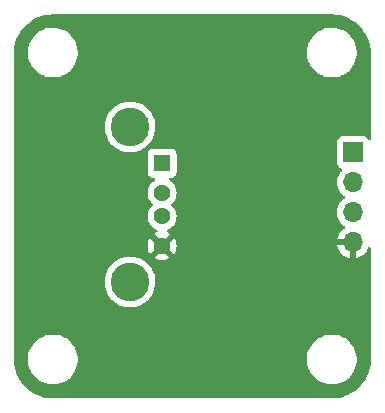
<source format=gbr>
%TF.GenerationSoftware,KiCad,Pcbnew,(6.0.0)*%
%TF.CreationDate,2022-01-04T00:39:42-05:00*%
%TF.ProjectId,wii mini usb esd board,77696920-6d69-46e6-9920-757362206573,rev?*%
%TF.SameCoordinates,Original*%
%TF.FileFunction,Copper,L2,Bot*%
%TF.FilePolarity,Positive*%
%FSLAX46Y46*%
G04 Gerber Fmt 4.6, Leading zero omitted, Abs format (unit mm)*
G04 Created by KiCad (PCBNEW (6.0.0)) date 2022-01-04 00:39:42*
%MOMM*%
%LPD*%
G01*
G04 APERTURE LIST*
%TA.AperFunction,ComponentPad*%
%ADD10R,1.700000X1.700000*%
%TD*%
%TA.AperFunction,ComponentPad*%
%ADD11O,1.700000X1.700000*%
%TD*%
%TA.AperFunction,ComponentPad*%
%ADD12R,1.428000X1.428000*%
%TD*%
%TA.AperFunction,ComponentPad*%
%ADD13C,1.428000*%
%TD*%
%TA.AperFunction,ComponentPad*%
%ADD14C,3.276000*%
%TD*%
%TA.AperFunction,ViaPad*%
%ADD15C,0.800000*%
%TD*%
G04 APERTURE END LIST*
D10*
%TO.P,J2,1,Pin_1*%
%TO.N,/5V*%
X137668000Y-84582000D03*
D11*
%TO.P,J2,2,Pin_2*%
%TO.N,/D-_F*%
X137668000Y-87122000D03*
%TO.P,J2,3,Pin_3*%
%TO.N,/D+_F*%
X137668000Y-89662000D03*
%TO.P,J2,4,Pin_4*%
%TO.N,GND*%
X137668000Y-92202000D03*
%TD*%
D12*
%TO.P,J1,1,VBUS*%
%TO.N,Net-(D1-Pad5)*%
X121511500Y-85492500D03*
D13*
%TO.P,J1,2,D-*%
%TO.N,Net-(J1-Pad2)*%
X121511500Y-87992500D03*
%TO.P,J1,3,D+*%
%TO.N,Net-(D1-Pad1)*%
X121511500Y-89992500D03*
%TO.P,J1,4,GND*%
%TO.N,GND*%
X121511500Y-92492500D03*
D14*
%TO.P,J1,S1*%
%TO.N,N/C*%
X118801500Y-82422500D03*
%TO.P,J1,S2*%
X118801500Y-95562500D03*
%TD*%
D15*
%TO.N,GND*%
X125730000Y-92202000D03*
%TD*%
%TA.AperFunction,Conductor*%
%TO.N,GND*%
G36*
X135840604Y-72897983D02*
G01*
X135859940Y-72899483D01*
X135874852Y-72901804D01*
X135874854Y-72901804D01*
X135883730Y-72903186D01*
X135902411Y-72900743D01*
X135925342Y-72899852D01*
X136228557Y-72915743D01*
X136241665Y-72917120D01*
X136480548Y-72954955D01*
X136570002Y-72969123D01*
X136582902Y-72971865D01*
X136904000Y-73057903D01*
X136916536Y-73061977D01*
X137146231Y-73150148D01*
X137226876Y-73181105D01*
X137238924Y-73186469D01*
X137535120Y-73337388D01*
X137546536Y-73343979D01*
X137825334Y-73525033D01*
X137835996Y-73532779D01*
X138094344Y-73741984D01*
X138104145Y-73750810D01*
X138339190Y-73985855D01*
X138348015Y-73995655D01*
X138499693Y-74182962D01*
X138557221Y-74254004D01*
X138564967Y-74264666D01*
X138746018Y-74543459D01*
X138752612Y-74554880D01*
X138903531Y-74851076D01*
X138908895Y-74863124D01*
X139028021Y-75173456D01*
X139032097Y-75186000D01*
X139118135Y-75507098D01*
X139120877Y-75519998D01*
X139140522Y-75644030D01*
X139172879Y-75848329D01*
X139174257Y-75861443D01*
X139180840Y-75987049D01*
X139189764Y-76157330D01*
X139188436Y-76183312D01*
X139188195Y-76184856D01*
X139188195Y-76184860D01*
X139186814Y-76193730D01*
X139187978Y-76202632D01*
X139187978Y-76202635D01*
X139190936Y-76225251D01*
X139192000Y-76241589D01*
X139192000Y-83405139D01*
X139171998Y-83473260D01*
X139118342Y-83519753D01*
X139048068Y-83529857D01*
X138983488Y-83500363D01*
X138965174Y-83480704D01*
X138886642Y-83375919D01*
X138881261Y-83368739D01*
X138764705Y-83281385D01*
X138628316Y-83230255D01*
X138566134Y-83223500D01*
X136769866Y-83223500D01*
X136707684Y-83230255D01*
X136571295Y-83281385D01*
X136454739Y-83368739D01*
X136367385Y-83485295D01*
X136316255Y-83621684D01*
X136309500Y-83683866D01*
X136309500Y-85480134D01*
X136316255Y-85542316D01*
X136367385Y-85678705D01*
X136454739Y-85795261D01*
X136571295Y-85882615D01*
X136579704Y-85885767D01*
X136579705Y-85885768D01*
X136688451Y-85926535D01*
X136745216Y-85969176D01*
X136769916Y-86035738D01*
X136754709Y-86105087D01*
X136735316Y-86131568D01*
X136620977Y-86251217D01*
X136608629Y-86264138D01*
X136605715Y-86268410D01*
X136605714Y-86268411D01*
X136567647Y-86324215D01*
X136482743Y-86448680D01*
X136467003Y-86482590D01*
X136424042Y-86575142D01*
X136388688Y-86651305D01*
X136328989Y-86866570D01*
X136305251Y-87088695D01*
X136305548Y-87093848D01*
X136305548Y-87093851D01*
X136317812Y-87306547D01*
X136318110Y-87311715D01*
X136319247Y-87316761D01*
X136319248Y-87316767D01*
X136332239Y-87374410D01*
X136367222Y-87529639D01*
X136451266Y-87736616D01*
X136567987Y-87927088D01*
X136714250Y-88095938D01*
X136886126Y-88238632D01*
X136956595Y-88279811D01*
X136959445Y-88281476D01*
X137008169Y-88333114D01*
X137021240Y-88402897D01*
X136994509Y-88468669D01*
X136954055Y-88502027D01*
X136941607Y-88508507D01*
X136937474Y-88511610D01*
X136937471Y-88511612D01*
X136913247Y-88529800D01*
X136762965Y-88642635D01*
X136608629Y-88804138D01*
X136482743Y-88988680D01*
X136388688Y-89191305D01*
X136328989Y-89406570D01*
X136305251Y-89628695D01*
X136305548Y-89633848D01*
X136305548Y-89633851D01*
X136317812Y-89846547D01*
X136318110Y-89851715D01*
X136319247Y-89856761D01*
X136319248Y-89856767D01*
X136340275Y-89950069D01*
X136367222Y-90069639D01*
X136451266Y-90276616D01*
X136567987Y-90467088D01*
X136714250Y-90635938D01*
X136886126Y-90778632D01*
X136959955Y-90821774D01*
X137008679Y-90873412D01*
X137021750Y-90943195D01*
X136995019Y-91008967D01*
X136954562Y-91042327D01*
X136946457Y-91046546D01*
X136937738Y-91052036D01*
X136767433Y-91179905D01*
X136759726Y-91186748D01*
X136612590Y-91340717D01*
X136606104Y-91348727D01*
X136486098Y-91524649D01*
X136481000Y-91533623D01*
X136391338Y-91726783D01*
X136387775Y-91736470D01*
X136332389Y-91936183D01*
X136333912Y-91944607D01*
X136346292Y-91948000D01*
X137796000Y-91948000D01*
X137864121Y-91968002D01*
X137910614Y-92021658D01*
X137922000Y-92074000D01*
X137922000Y-93520517D01*
X137926064Y-93534359D01*
X137939478Y-93536393D01*
X137946184Y-93535534D01*
X137956262Y-93533392D01*
X138160255Y-93472191D01*
X138169842Y-93468433D01*
X138361095Y-93374739D01*
X138369945Y-93369464D01*
X138543328Y-93245792D01*
X138551200Y-93239139D01*
X138702052Y-93088812D01*
X138708730Y-93080965D01*
X138833003Y-92908020D01*
X138838313Y-92899183D01*
X138932670Y-92708267D01*
X138936469Y-92698672D01*
X138945442Y-92669139D01*
X138984383Y-92609775D01*
X139049237Y-92580888D01*
X139119413Y-92591649D01*
X139172631Y-92638643D01*
X139192000Y-92705768D01*
X139192000Y-102058672D01*
X139190500Y-102078056D01*
X139186814Y-102101730D01*
X139189257Y-102120410D01*
X139190148Y-102143343D01*
X139174257Y-102446554D01*
X139172880Y-102459665D01*
X139159656Y-102543159D01*
X139120877Y-102788002D01*
X139118135Y-102800902D01*
X139032097Y-103122000D01*
X139028021Y-103134544D01*
X138908895Y-103444876D01*
X138903531Y-103456924D01*
X138752612Y-103753120D01*
X138746021Y-103764536D01*
X138564967Y-104043334D01*
X138557224Y-104053992D01*
X138348016Y-104312344D01*
X138339190Y-104322145D01*
X138104145Y-104557190D01*
X138094344Y-104566016D01*
X137835996Y-104775221D01*
X137825334Y-104782967D01*
X137546536Y-104964021D01*
X137535120Y-104970612D01*
X137238924Y-105121531D01*
X137226875Y-105126895D01*
X136916536Y-105246023D01*
X136904000Y-105250097D01*
X136582902Y-105336135D01*
X136570002Y-105338877D01*
X136481285Y-105352928D01*
X136241665Y-105390880D01*
X136228557Y-105392257D01*
X135932666Y-105407764D01*
X135906688Y-105406436D01*
X135905144Y-105406195D01*
X135905140Y-105406195D01*
X135896270Y-105404814D01*
X135887368Y-105405978D01*
X135887365Y-105405978D01*
X135864749Y-105408936D01*
X135848411Y-105410000D01*
X112317328Y-105410000D01*
X112297943Y-105408500D01*
X112283142Y-105406195D01*
X112283139Y-105406195D01*
X112274270Y-105404814D01*
X112255589Y-105407257D01*
X112232658Y-105408148D01*
X111929443Y-105392257D01*
X111916335Y-105390880D01*
X111676715Y-105352928D01*
X111587998Y-105338877D01*
X111575098Y-105336135D01*
X111254000Y-105250097D01*
X111241464Y-105246023D01*
X110931125Y-105126895D01*
X110919076Y-105121531D01*
X110622880Y-104970612D01*
X110611464Y-104964021D01*
X110332666Y-104782967D01*
X110322004Y-104775221D01*
X110063656Y-104566016D01*
X110053855Y-104557190D01*
X109818810Y-104322145D01*
X109809984Y-104312344D01*
X109600776Y-104053992D01*
X109593033Y-104043334D01*
X109411979Y-103764536D01*
X109405388Y-103753120D01*
X109254469Y-103456924D01*
X109249105Y-103444876D01*
X109129979Y-103134544D01*
X109125903Y-103122000D01*
X109039865Y-102800902D01*
X109037123Y-102788002D01*
X108998344Y-102543159D01*
X108985120Y-102459665D01*
X108983743Y-102446554D01*
X108973887Y-102258488D01*
X108972955Y-102240703D01*
X110158743Y-102240703D01*
X110196268Y-102525734D01*
X110272129Y-102803036D01*
X110273813Y-102806984D01*
X110314460Y-102902278D01*
X110384923Y-103067476D01*
X110532561Y-103314161D01*
X110712313Y-103538528D01*
X110920851Y-103736423D01*
X111154317Y-103904186D01*
X111158112Y-103906195D01*
X111158113Y-103906196D01*
X111179869Y-103917715D01*
X111408392Y-104038712D01*
X111678373Y-104137511D01*
X111959264Y-104198755D01*
X111987841Y-104201004D01*
X112182282Y-104216307D01*
X112182291Y-104216307D01*
X112184739Y-104216500D01*
X112340271Y-104216500D01*
X112342407Y-104216354D01*
X112342418Y-104216354D01*
X112550548Y-104202165D01*
X112550554Y-104202164D01*
X112554825Y-104201873D01*
X112559020Y-104201004D01*
X112559022Y-104201004D01*
X112695583Y-104172724D01*
X112836342Y-104143574D01*
X113107343Y-104047607D01*
X113362812Y-103915750D01*
X113366313Y-103913289D01*
X113366317Y-103913287D01*
X113480417Y-103833096D01*
X113598023Y-103750441D01*
X113808622Y-103554740D01*
X113990713Y-103332268D01*
X114140927Y-103087142D01*
X114256483Y-102823898D01*
X114335244Y-102547406D01*
X114375751Y-102262784D01*
X114375845Y-102244951D01*
X114375867Y-102240703D01*
X133780743Y-102240703D01*
X133818268Y-102525734D01*
X133894129Y-102803036D01*
X133895813Y-102806984D01*
X133936460Y-102902278D01*
X134006923Y-103067476D01*
X134154561Y-103314161D01*
X134334313Y-103538528D01*
X134542851Y-103736423D01*
X134776317Y-103904186D01*
X134780112Y-103906195D01*
X134780113Y-103906196D01*
X134801869Y-103917715D01*
X135030392Y-104038712D01*
X135300373Y-104137511D01*
X135581264Y-104198755D01*
X135609841Y-104201004D01*
X135804282Y-104216307D01*
X135804291Y-104216307D01*
X135806739Y-104216500D01*
X135962271Y-104216500D01*
X135964407Y-104216354D01*
X135964418Y-104216354D01*
X136172548Y-104202165D01*
X136172554Y-104202164D01*
X136176825Y-104201873D01*
X136181020Y-104201004D01*
X136181022Y-104201004D01*
X136317583Y-104172724D01*
X136458342Y-104143574D01*
X136729343Y-104047607D01*
X136984812Y-103915750D01*
X136988313Y-103913289D01*
X136988317Y-103913287D01*
X137102417Y-103833096D01*
X137220023Y-103750441D01*
X137430622Y-103554740D01*
X137612713Y-103332268D01*
X137762927Y-103087142D01*
X137878483Y-102823898D01*
X137957244Y-102547406D01*
X137997751Y-102262784D01*
X137997845Y-102244951D01*
X137999235Y-101979583D01*
X137999235Y-101979576D01*
X137999257Y-101975297D01*
X137961732Y-101690266D01*
X137885871Y-101412964D01*
X137773077Y-101148524D01*
X137625439Y-100901839D01*
X137445687Y-100677472D01*
X137237149Y-100479577D01*
X137003683Y-100311814D01*
X136981843Y-100300250D01*
X136958654Y-100287972D01*
X136749608Y-100177288D01*
X136479627Y-100078489D01*
X136198736Y-100017245D01*
X136167685Y-100014801D01*
X135975718Y-99999693D01*
X135975709Y-99999693D01*
X135973261Y-99999500D01*
X135817729Y-99999500D01*
X135815593Y-99999646D01*
X135815582Y-99999646D01*
X135607452Y-100013835D01*
X135607446Y-100013836D01*
X135603175Y-100014127D01*
X135598980Y-100014996D01*
X135598978Y-100014996D01*
X135462416Y-100043277D01*
X135321658Y-100072426D01*
X135050657Y-100168393D01*
X134795188Y-100300250D01*
X134791687Y-100302711D01*
X134791683Y-100302713D01*
X134781594Y-100309804D01*
X134559977Y-100465559D01*
X134349378Y-100661260D01*
X134167287Y-100883732D01*
X134017073Y-101128858D01*
X133901517Y-101392102D01*
X133822756Y-101668594D01*
X133782249Y-101953216D01*
X133782227Y-101957505D01*
X133782226Y-101957512D01*
X133780765Y-102236417D01*
X133780743Y-102240703D01*
X114375867Y-102240703D01*
X114377235Y-101979583D01*
X114377235Y-101979576D01*
X114377257Y-101975297D01*
X114339732Y-101690266D01*
X114263871Y-101412964D01*
X114151077Y-101148524D01*
X114003439Y-100901839D01*
X113823687Y-100677472D01*
X113615149Y-100479577D01*
X113381683Y-100311814D01*
X113359843Y-100300250D01*
X113336654Y-100287972D01*
X113127608Y-100177288D01*
X112857627Y-100078489D01*
X112576736Y-100017245D01*
X112545685Y-100014801D01*
X112353718Y-99999693D01*
X112353709Y-99999693D01*
X112351261Y-99999500D01*
X112195729Y-99999500D01*
X112193593Y-99999646D01*
X112193582Y-99999646D01*
X111985452Y-100013835D01*
X111985446Y-100013836D01*
X111981175Y-100014127D01*
X111976980Y-100014996D01*
X111976978Y-100014996D01*
X111840416Y-100043277D01*
X111699658Y-100072426D01*
X111428657Y-100168393D01*
X111173188Y-100300250D01*
X111169687Y-100302711D01*
X111169683Y-100302713D01*
X111159594Y-100309804D01*
X110937977Y-100465559D01*
X110727378Y-100661260D01*
X110545287Y-100883732D01*
X110395073Y-101128858D01*
X110279517Y-101392102D01*
X110200756Y-101668594D01*
X110160249Y-101953216D01*
X110160227Y-101957505D01*
X110160226Y-101957512D01*
X110158765Y-102236417D01*
X110158743Y-102240703D01*
X108972955Y-102240703D01*
X108968236Y-102150666D01*
X108969564Y-102124688D01*
X108969805Y-102123144D01*
X108969805Y-102123140D01*
X108971186Y-102114270D01*
X108969547Y-102101730D01*
X108967064Y-102082749D01*
X108966000Y-102066411D01*
X108966000Y-95539970D01*
X116650102Y-95539970D01*
X116666949Y-95832156D01*
X116667774Y-95836361D01*
X116667775Y-95836369D01*
X116679238Y-95894795D01*
X116723295Y-96119353D01*
X116724682Y-96123403D01*
X116724683Y-96123408D01*
X116816708Y-96392190D01*
X116818097Y-96396246D01*
X116949600Y-96657711D01*
X116952026Y-96661240D01*
X116952029Y-96661246D01*
X117112940Y-96895372D01*
X117115371Y-96898909D01*
X117312343Y-97115379D01*
X117315624Y-97118122D01*
X117533579Y-97300361D01*
X117533584Y-97300365D01*
X117536871Y-97303113D01*
X117594603Y-97339328D01*
X117781159Y-97456355D01*
X117781163Y-97456357D01*
X117784799Y-97458638D01*
X117788709Y-97460403D01*
X117788710Y-97460404D01*
X118047630Y-97577311D01*
X118047634Y-97577313D01*
X118051542Y-97579077D01*
X118332161Y-97662201D01*
X118421732Y-97675907D01*
X118617223Y-97705821D01*
X118617227Y-97705821D01*
X118621466Y-97706470D01*
X118770473Y-97708811D01*
X118909811Y-97711000D01*
X118909817Y-97711000D01*
X118914102Y-97711067D01*
X119204654Y-97675907D01*
X119487746Y-97601639D01*
X119758140Y-97489638D01*
X120010831Y-97341977D01*
X120241145Y-97161388D01*
X120444819Y-96951213D01*
X120447352Y-96947765D01*
X120447356Y-96947760D01*
X120615547Y-96718795D01*
X120618085Y-96715340D01*
X120757736Y-96458135D01*
X120861188Y-96184357D01*
X120926527Y-95899071D01*
X120952544Y-95607558D01*
X120953016Y-95562500D01*
X120933110Y-95270506D01*
X120873760Y-94983915D01*
X120776064Y-94708030D01*
X120641830Y-94447957D01*
X120630989Y-94432531D01*
X120476005Y-94212012D01*
X120473542Y-94208507D01*
X120274314Y-93994112D01*
X120047833Y-93808740D01*
X119798289Y-93655819D01*
X119777320Y-93646614D01*
X119534232Y-93539906D01*
X119530300Y-93538180D01*
X119516887Y-93534359D01*
X119455290Y-93516813D01*
X120851742Y-93516813D01*
X120861036Y-93528827D01*
X120893654Y-93551667D01*
X120903156Y-93557153D01*
X121086973Y-93642868D01*
X121097265Y-93646614D01*
X121293176Y-93699108D01*
X121303971Y-93701011D01*
X121506025Y-93718689D01*
X121516975Y-93718689D01*
X121719029Y-93701011D01*
X121729824Y-93699108D01*
X121925735Y-93646614D01*
X121936027Y-93642868D01*
X122119844Y-93557153D01*
X122129346Y-93551667D01*
X122162800Y-93528241D01*
X122171175Y-93517764D01*
X122164106Y-93504316D01*
X121524312Y-92864522D01*
X121510368Y-92856908D01*
X121508535Y-92857039D01*
X121501920Y-92861290D01*
X120858172Y-93505038D01*
X120851742Y-93516813D01*
X119455290Y-93516813D01*
X119436916Y-93511579D01*
X119248825Y-93458000D01*
X119244583Y-93457396D01*
X119244577Y-93457395D01*
X118963324Y-93417367D01*
X118959073Y-93416762D01*
X118805528Y-93415958D01*
X118670692Y-93415252D01*
X118670686Y-93415252D01*
X118666405Y-93415230D01*
X118662161Y-93415789D01*
X118662157Y-93415789D01*
X118567287Y-93428279D01*
X118376237Y-93453431D01*
X118372097Y-93454564D01*
X118372095Y-93454564D01*
X118098083Y-93529525D01*
X118093938Y-93530659D01*
X118031824Y-93557153D01*
X117828674Y-93643803D01*
X117828667Y-93643807D01*
X117824732Y-93645485D01*
X117735135Y-93699108D01*
X117577283Y-93793580D01*
X117577279Y-93793583D01*
X117573601Y-93795784D01*
X117345191Y-93978775D01*
X117342247Y-93981877D01*
X117342243Y-93981881D01*
X117327654Y-93997255D01*
X117143728Y-94191072D01*
X116972942Y-94428746D01*
X116835992Y-94687400D01*
X116834520Y-94691423D01*
X116834518Y-94691427D01*
X116736888Y-94958215D01*
X116735413Y-94962246D01*
X116673065Y-95248200D01*
X116650102Y-95539970D01*
X108966000Y-95539970D01*
X108966000Y-92497975D01*
X120285311Y-92497975D01*
X120302989Y-92700029D01*
X120304892Y-92710824D01*
X120357386Y-92906735D01*
X120361132Y-92917027D01*
X120446847Y-93100844D01*
X120452333Y-93110346D01*
X120475759Y-93143800D01*
X120486236Y-93152175D01*
X120499684Y-93145106D01*
X121139478Y-92505312D01*
X121145856Y-92493632D01*
X121875908Y-92493632D01*
X121876039Y-92495465D01*
X121880290Y-92502080D01*
X122524038Y-93145828D01*
X122535813Y-93152258D01*
X122547827Y-93142964D01*
X122570667Y-93110346D01*
X122576153Y-93100844D01*
X122661868Y-92917027D01*
X122665614Y-92906735D01*
X122718108Y-92710824D01*
X122720011Y-92700029D01*
X122737689Y-92497975D01*
X122737689Y-92487025D01*
X122736196Y-92469966D01*
X136336257Y-92469966D01*
X136366565Y-92604446D01*
X136369645Y-92614275D01*
X136449770Y-92811603D01*
X136454413Y-92820794D01*
X136565694Y-93002388D01*
X136571777Y-93010699D01*
X136711213Y-93171667D01*
X136718580Y-93178883D01*
X136882434Y-93314916D01*
X136890881Y-93320831D01*
X137074756Y-93428279D01*
X137084042Y-93432729D01*
X137283001Y-93508703D01*
X137292899Y-93511579D01*
X137396250Y-93532606D01*
X137410299Y-93531410D01*
X137414000Y-93521065D01*
X137414000Y-92474115D01*
X137409525Y-92458876D01*
X137408135Y-92457671D01*
X137400452Y-92456000D01*
X136351225Y-92456000D01*
X136337694Y-92459973D01*
X136336257Y-92469966D01*
X122736196Y-92469966D01*
X122720011Y-92284971D01*
X122718108Y-92274176D01*
X122665614Y-92078265D01*
X122661868Y-92067973D01*
X122576153Y-91884156D01*
X122570667Y-91874654D01*
X122547241Y-91841200D01*
X122536764Y-91832825D01*
X122523316Y-91839894D01*
X121883522Y-92479688D01*
X121875908Y-92493632D01*
X121145856Y-92493632D01*
X121147092Y-92491368D01*
X121146961Y-92489535D01*
X121142710Y-92482920D01*
X120498962Y-91839172D01*
X120487187Y-91832742D01*
X120475173Y-91842036D01*
X120452333Y-91874654D01*
X120446847Y-91884156D01*
X120361132Y-92067973D01*
X120357386Y-92078265D01*
X120304892Y-92274176D01*
X120302989Y-92284971D01*
X120285311Y-92487025D01*
X120285311Y-92497975D01*
X108966000Y-92497975D01*
X108966000Y-89992500D01*
X120284330Y-89992500D01*
X120302973Y-90205596D01*
X120358337Y-90412217D01*
X120360659Y-90417197D01*
X120360660Y-90417199D01*
X120385744Y-90470990D01*
X120448740Y-90606085D01*
X120571433Y-90781310D01*
X120722690Y-90932567D01*
X120897915Y-91055260D01*
X120902893Y-91057581D01*
X120902896Y-91057583D01*
X121055151Y-91128581D01*
X121108436Y-91175499D01*
X121127897Y-91243776D01*
X121107355Y-91311736D01*
X121055151Y-91356971D01*
X120903156Y-91427847D01*
X120893654Y-91433333D01*
X120860200Y-91456759D01*
X120851825Y-91467236D01*
X120858894Y-91480684D01*
X121498688Y-92120478D01*
X121512632Y-92128092D01*
X121514465Y-92127961D01*
X121521080Y-92123710D01*
X122164828Y-91479962D01*
X122171258Y-91468187D01*
X122161964Y-91456173D01*
X122129346Y-91433333D01*
X122119844Y-91427847D01*
X121967849Y-91356971D01*
X121914564Y-91310054D01*
X121895103Y-91241777D01*
X121915645Y-91173817D01*
X121967849Y-91128581D01*
X122120104Y-91057583D01*
X122120107Y-91057581D01*
X122125085Y-91055260D01*
X122300310Y-90932567D01*
X122451567Y-90781310D01*
X122574260Y-90606085D01*
X122637257Y-90470990D01*
X122662340Y-90417199D01*
X122662341Y-90417197D01*
X122664663Y-90412217D01*
X122720027Y-90205596D01*
X122738670Y-89992500D01*
X122720027Y-89779404D01*
X122664663Y-89572783D01*
X122602447Y-89439361D01*
X122576583Y-89383896D01*
X122576581Y-89383893D01*
X122574260Y-89378915D01*
X122451567Y-89203690D01*
X122329472Y-89081595D01*
X122295446Y-89019283D01*
X122300511Y-88948468D01*
X122329472Y-88903405D01*
X122451567Y-88781310D01*
X122574260Y-88606085D01*
X122664663Y-88412217D01*
X122670302Y-88391174D01*
X122699695Y-88281476D01*
X122720027Y-88205596D01*
X122738670Y-87992500D01*
X122720027Y-87779404D01*
X122664663Y-87572783D01*
X122646776Y-87534425D01*
X122576583Y-87383896D01*
X122576581Y-87383893D01*
X122574260Y-87378915D01*
X122451567Y-87203690D01*
X122300310Y-87052433D01*
X122145755Y-86944213D01*
X122101426Y-86888756D01*
X122094117Y-86818137D01*
X122126147Y-86754776D01*
X122187349Y-86718791D01*
X122218025Y-86715000D01*
X122273634Y-86715000D01*
X122335816Y-86708245D01*
X122472205Y-86657115D01*
X122588761Y-86569761D01*
X122676115Y-86453205D01*
X122727245Y-86316816D01*
X122734000Y-86254634D01*
X122734000Y-84730366D01*
X122727245Y-84668184D01*
X122676115Y-84531795D01*
X122588761Y-84415239D01*
X122472205Y-84327885D01*
X122335816Y-84276755D01*
X122273634Y-84270000D01*
X120749366Y-84270000D01*
X120687184Y-84276755D01*
X120550795Y-84327885D01*
X120434239Y-84415239D01*
X120346885Y-84531795D01*
X120295755Y-84668184D01*
X120289000Y-84730366D01*
X120289000Y-86254634D01*
X120295755Y-86316816D01*
X120346885Y-86453205D01*
X120434239Y-86569761D01*
X120550795Y-86657115D01*
X120687184Y-86708245D01*
X120749366Y-86715000D01*
X120804975Y-86715000D01*
X120873096Y-86735002D01*
X120919589Y-86788658D01*
X120929693Y-86858932D01*
X120900199Y-86923512D01*
X120877245Y-86944213D01*
X120722690Y-87052433D01*
X120571433Y-87203690D01*
X120448740Y-87378915D01*
X120446419Y-87383893D01*
X120446417Y-87383896D01*
X120376224Y-87534425D01*
X120358337Y-87572783D01*
X120302973Y-87779404D01*
X120284330Y-87992500D01*
X120302973Y-88205596D01*
X120323305Y-88281476D01*
X120352699Y-88391174D01*
X120358337Y-88412217D01*
X120448740Y-88606085D01*
X120571433Y-88781310D01*
X120693528Y-88903405D01*
X120727554Y-88965717D01*
X120722489Y-89036532D01*
X120693528Y-89081595D01*
X120571433Y-89203690D01*
X120448740Y-89378915D01*
X120446419Y-89383893D01*
X120446417Y-89383896D01*
X120420553Y-89439361D01*
X120358337Y-89572783D01*
X120302973Y-89779404D01*
X120284330Y-89992500D01*
X108966000Y-89992500D01*
X108966000Y-82399970D01*
X116650102Y-82399970D01*
X116666949Y-82692156D01*
X116667774Y-82696361D01*
X116667775Y-82696369D01*
X116679238Y-82754795D01*
X116723295Y-82979353D01*
X116724682Y-82983403D01*
X116724683Y-82983408D01*
X116806885Y-83223500D01*
X116818097Y-83256246D01*
X116847203Y-83314117D01*
X116927244Y-83473260D01*
X116949600Y-83517711D01*
X116952026Y-83521240D01*
X116952029Y-83521246D01*
X117063795Y-83683866D01*
X117115371Y-83758909D01*
X117312343Y-83975379D01*
X117315624Y-83978122D01*
X117533579Y-84160361D01*
X117533584Y-84160365D01*
X117536871Y-84163113D01*
X117594603Y-84199328D01*
X117781159Y-84316355D01*
X117781163Y-84316357D01*
X117784799Y-84318638D01*
X117788709Y-84320403D01*
X117788710Y-84320404D01*
X118047630Y-84437311D01*
X118047634Y-84437313D01*
X118051542Y-84439077D01*
X118332161Y-84522201D01*
X118421732Y-84535907D01*
X118617223Y-84565821D01*
X118617227Y-84565821D01*
X118621466Y-84566470D01*
X118770473Y-84568811D01*
X118909811Y-84571000D01*
X118909817Y-84571000D01*
X118914102Y-84571067D01*
X119204654Y-84535907D01*
X119487746Y-84461639D01*
X119758140Y-84349638D01*
X120010831Y-84201977D01*
X120241145Y-84021388D01*
X120444819Y-83811213D01*
X120447352Y-83807765D01*
X120447356Y-83807760D01*
X120615547Y-83578795D01*
X120618085Y-83575340D01*
X120662410Y-83493703D01*
X120755686Y-83321911D01*
X120755687Y-83321909D01*
X120757736Y-83318135D01*
X120861188Y-83044357D01*
X120926527Y-82759071D01*
X120952544Y-82467558D01*
X120953016Y-82422500D01*
X120933110Y-82130506D01*
X120873760Y-81843915D01*
X120776064Y-81568030D01*
X120641830Y-81307957D01*
X120630989Y-81292531D01*
X120476005Y-81072012D01*
X120473542Y-81068507D01*
X120274314Y-80854112D01*
X120047833Y-80668740D01*
X119798289Y-80515819D01*
X119530300Y-80398180D01*
X119509813Y-80392344D01*
X119479369Y-80383672D01*
X119248825Y-80318000D01*
X119244583Y-80317396D01*
X119244577Y-80317395D01*
X118963324Y-80277367D01*
X118959073Y-80276762D01*
X118805528Y-80275958D01*
X118670692Y-80275252D01*
X118670686Y-80275252D01*
X118666405Y-80275230D01*
X118662161Y-80275789D01*
X118662157Y-80275789D01*
X118534640Y-80292577D01*
X118376237Y-80313431D01*
X118093938Y-80390659D01*
X118072259Y-80399906D01*
X117828674Y-80503803D01*
X117828667Y-80503807D01*
X117824732Y-80505485D01*
X117673300Y-80596116D01*
X117577283Y-80653580D01*
X117577279Y-80653583D01*
X117573601Y-80655784D01*
X117345191Y-80838775D01*
X117342247Y-80841877D01*
X117342243Y-80841881D01*
X117327654Y-80857255D01*
X117143728Y-81051072D01*
X116972942Y-81288746D01*
X116835992Y-81547400D01*
X116834520Y-81551423D01*
X116834518Y-81551427D01*
X116736888Y-81818215D01*
X116735413Y-81822246D01*
X116673065Y-82108200D01*
X116650102Y-82399970D01*
X108966000Y-82399970D01*
X108966000Y-76256703D01*
X110158743Y-76256703D01*
X110196268Y-76541734D01*
X110272129Y-76819036D01*
X110384923Y-77083476D01*
X110532561Y-77330161D01*
X110712313Y-77554528D01*
X110920851Y-77752423D01*
X111154317Y-77920186D01*
X111158112Y-77922195D01*
X111158113Y-77922196D01*
X111179869Y-77933715D01*
X111408392Y-78054712D01*
X111678373Y-78153511D01*
X111959264Y-78214755D01*
X111987841Y-78217004D01*
X112182282Y-78232307D01*
X112182291Y-78232307D01*
X112184739Y-78232500D01*
X112340271Y-78232500D01*
X112342407Y-78232354D01*
X112342418Y-78232354D01*
X112550548Y-78218165D01*
X112550554Y-78218164D01*
X112554825Y-78217873D01*
X112559020Y-78217004D01*
X112559022Y-78217004D01*
X112695584Y-78188723D01*
X112836342Y-78159574D01*
X113107343Y-78063607D01*
X113362812Y-77931750D01*
X113366313Y-77929289D01*
X113366317Y-77929287D01*
X113480417Y-77849096D01*
X113598023Y-77766441D01*
X113808622Y-77570740D01*
X113990713Y-77348268D01*
X114140927Y-77103142D01*
X114256483Y-76839898D01*
X114335244Y-76563406D01*
X114375751Y-76278784D01*
X114375845Y-76260951D01*
X114375867Y-76256703D01*
X133780743Y-76256703D01*
X133818268Y-76541734D01*
X133894129Y-76819036D01*
X134006923Y-77083476D01*
X134154561Y-77330161D01*
X134334313Y-77554528D01*
X134542851Y-77752423D01*
X134776317Y-77920186D01*
X134780112Y-77922195D01*
X134780113Y-77922196D01*
X134801869Y-77933715D01*
X135030392Y-78054712D01*
X135300373Y-78153511D01*
X135581264Y-78214755D01*
X135609841Y-78217004D01*
X135804282Y-78232307D01*
X135804291Y-78232307D01*
X135806739Y-78232500D01*
X135962271Y-78232500D01*
X135964407Y-78232354D01*
X135964418Y-78232354D01*
X136172548Y-78218165D01*
X136172554Y-78218164D01*
X136176825Y-78217873D01*
X136181020Y-78217004D01*
X136181022Y-78217004D01*
X136317584Y-78188723D01*
X136458342Y-78159574D01*
X136729343Y-78063607D01*
X136984812Y-77931750D01*
X136988313Y-77929289D01*
X136988317Y-77929287D01*
X137102417Y-77849096D01*
X137220023Y-77766441D01*
X137430622Y-77570740D01*
X137612713Y-77348268D01*
X137762927Y-77103142D01*
X137878483Y-76839898D01*
X137957244Y-76563406D01*
X137997751Y-76278784D01*
X137997845Y-76260951D01*
X137999235Y-75995583D01*
X137999235Y-75995576D01*
X137999257Y-75991297D01*
X137998612Y-75986393D01*
X137962292Y-75710522D01*
X137961732Y-75706266D01*
X137885871Y-75428964D01*
X137839455Y-75320143D01*
X137774763Y-75168476D01*
X137774761Y-75168472D01*
X137773077Y-75164524D01*
X137625439Y-74917839D01*
X137445687Y-74693472D01*
X137237149Y-74495577D01*
X137003683Y-74327814D01*
X136981843Y-74316250D01*
X136864280Y-74254004D01*
X136749608Y-74193288D01*
X136479627Y-74094489D01*
X136198736Y-74033245D01*
X136167685Y-74030801D01*
X135975718Y-74015693D01*
X135975709Y-74015693D01*
X135973261Y-74015500D01*
X135817729Y-74015500D01*
X135815593Y-74015646D01*
X135815582Y-74015646D01*
X135607452Y-74029835D01*
X135607446Y-74029836D01*
X135603175Y-74030127D01*
X135598980Y-74030996D01*
X135598978Y-74030996D01*
X135462417Y-74059276D01*
X135321658Y-74088426D01*
X135050657Y-74184393D01*
X134795188Y-74316250D01*
X134791687Y-74318711D01*
X134791683Y-74318713D01*
X134781594Y-74325804D01*
X134559977Y-74481559D01*
X134349378Y-74677260D01*
X134167287Y-74899732D01*
X134017073Y-75144858D01*
X133901517Y-75408102D01*
X133900342Y-75412229D01*
X133900341Y-75412230D01*
X133866451Y-75531203D01*
X133822756Y-75684594D01*
X133782249Y-75969216D01*
X133782227Y-75973505D01*
X133782226Y-75973512D01*
X133780865Y-76233388D01*
X133780743Y-76256703D01*
X114375867Y-76256703D01*
X114377235Y-75995583D01*
X114377235Y-75995576D01*
X114377257Y-75991297D01*
X114376612Y-75986393D01*
X114340292Y-75710522D01*
X114339732Y-75706266D01*
X114263871Y-75428964D01*
X114217455Y-75320143D01*
X114152763Y-75168476D01*
X114152761Y-75168472D01*
X114151077Y-75164524D01*
X114003439Y-74917839D01*
X113823687Y-74693472D01*
X113615149Y-74495577D01*
X113381683Y-74327814D01*
X113359843Y-74316250D01*
X113242280Y-74254004D01*
X113127608Y-74193288D01*
X112857627Y-74094489D01*
X112576736Y-74033245D01*
X112545685Y-74030801D01*
X112353718Y-74015693D01*
X112353709Y-74015693D01*
X112351261Y-74015500D01*
X112195729Y-74015500D01*
X112193593Y-74015646D01*
X112193582Y-74015646D01*
X111985452Y-74029835D01*
X111985446Y-74029836D01*
X111981175Y-74030127D01*
X111976980Y-74030996D01*
X111976978Y-74030996D01*
X111840417Y-74059276D01*
X111699658Y-74088426D01*
X111428657Y-74184393D01*
X111173188Y-74316250D01*
X111169687Y-74318711D01*
X111169683Y-74318713D01*
X111159594Y-74325804D01*
X110937977Y-74481559D01*
X110727378Y-74677260D01*
X110545287Y-74899732D01*
X110395073Y-75144858D01*
X110279517Y-75408102D01*
X110278342Y-75412229D01*
X110278341Y-75412230D01*
X110244451Y-75531203D01*
X110200756Y-75684594D01*
X110160249Y-75969216D01*
X110160227Y-75973505D01*
X110160226Y-75973512D01*
X110158865Y-76233388D01*
X110158743Y-76256703D01*
X108966000Y-76256703D01*
X108966000Y-76016539D01*
X108967377Y-76004134D01*
X108966958Y-76004101D01*
X108967665Y-75995148D01*
X108969632Y-75986393D01*
X108968410Y-75967160D01*
X108969013Y-75944498D01*
X108998987Y-75688841D01*
X109002781Y-75656481D01*
X109004878Y-75644030D01*
X109073597Y-75332325D01*
X109076931Y-75320143D01*
X109176513Y-75016879D01*
X109181050Y-75005092D01*
X109310490Y-74713326D01*
X109316184Y-74702052D01*
X109443201Y-74479096D01*
X109474187Y-74424704D01*
X109480980Y-74414059D01*
X109665952Y-74153928D01*
X109673778Y-74144014D01*
X109883868Y-73903703D01*
X109892647Y-73894623D01*
X110125733Y-73676558D01*
X110135377Y-73668402D01*
X110389135Y-73474759D01*
X110399539Y-73467616D01*
X110671405Y-73300352D01*
X110682480Y-73294282D01*
X110695701Y-73287875D01*
X110969730Y-73155075D01*
X110981341Y-73150151D01*
X111281078Y-73040403D01*
X111293142Y-73036660D01*
X111602362Y-72957471D01*
X111614737Y-72954955D01*
X111930327Y-72907122D01*
X111942880Y-72905859D01*
X112225154Y-72891693D01*
X112250855Y-72893036D01*
X112252855Y-72893348D01*
X112252861Y-72893348D01*
X112261730Y-72894729D01*
X112270631Y-72893565D01*
X112270635Y-72893565D01*
X112293136Y-72890622D01*
X112309519Y-72889558D01*
X135840604Y-72897983D01*
G37*
%TD.AperFunction*%
%TD*%
M02*

</source>
